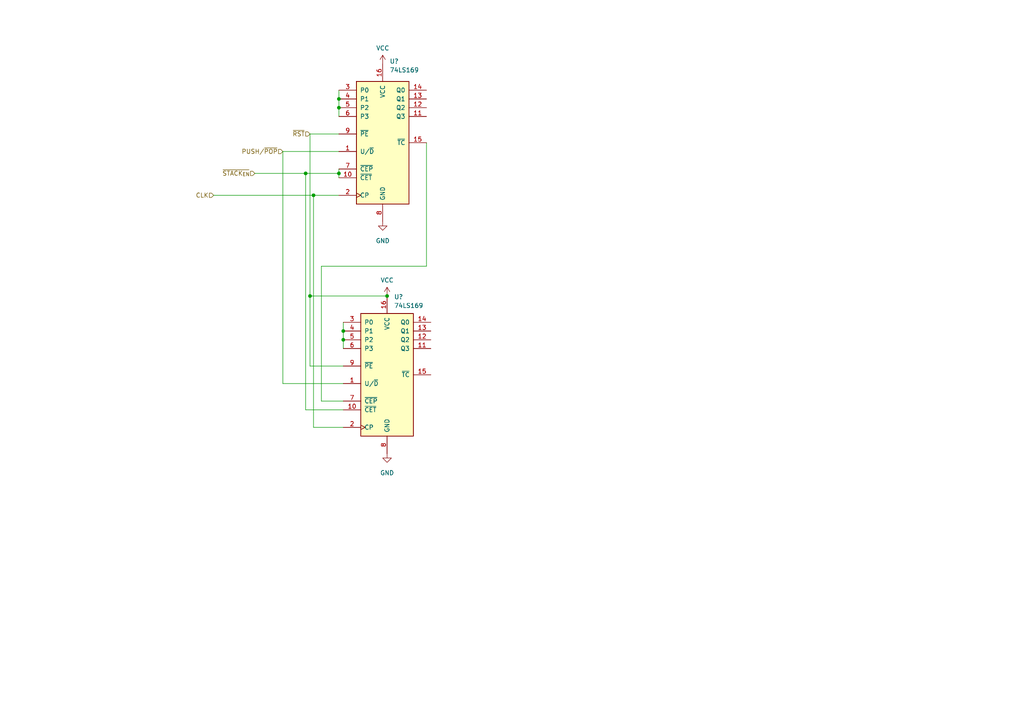
<source format=kicad_sch>
(kicad_sch (version 20211123) (generator eeschema)
  (paper "A4")
  (lib_symbols
    (symbol "74xx:74LS169" (pin_names (offset 1.016))
      (property "Reference" "U" (at -7.62 19.05 0))
      (property "Value" "74LS169" (at -7.62 -19.05 0))
      (symbol "74LS169_1_0"
        (pin input line (at -12.7 -2.54 0) (length 5.08) (name "U/~{D}") (number "1"))
        (pin input line (at -12.7 -10.16 0) (length 5.08) (name "~{CET}") (number "10"))
        (pin output line (at 12.7 7.62 180) (length 5.08) (name "Q3") (number "11"))
        (pin output line (at 12.7 10.16 180) (length 5.08) (name "Q2") (number "12"))
        (pin output line (at 12.7 12.7 180) (length 5.08) (name "Q1") (number "13"))
        (pin output line (at 12.7 15.24 180) (length 5.08) (name "Q0") (number "14"))
        (pin output line (at 12.7 0 180) (length 5.08) (name "~{TC}") (number "15"))
        (pin power_in line (at 0 22.86 270) (length 5.08) (name "VCC") (number "16"))
        (pin input clock (at -12.7 -15.24 0) (length 5.08) (name "CP") (number "2"))
        (pin input line (at -12.7 15.24 0) (length 5.08) (name "P0") (number "3"))
        (pin input line (at -12.7 12.7 0) (length 5.08) (name "P1") (number "4"))
        (pin input line (at -12.7 10.16 0) (length 5.08) (name "P2") (number "5"))
        (pin input line (at -12.7 7.62 0) (length 5.08) (name "P3") (number "6"))
        (pin input line (at -12.7 -7.62 0) (length 5.08) (name "~{CEP}") (number "7"))
        (pin power_in line (at 0 -22.86 90) (length 5.08) (name "GND") (number "8"))
        (pin input line (at -12.7 2.54 0) (length 5.08) (name "~{PE}") (number "9"))
      )
      (symbol "74LS169_1_1"
        (rectangle (start -7.62 17.78) (end 7.62 -17.78) (stroke (width 0.254)) (fill (type background)))
      )
    )
    (symbol "power:GND" (power) (pin_names (offset 0))
      (property "Value" "GND" (at 0 -3.81 0))
      (symbol "GND_0_1"
        (polyline (pts (xy 0 0) (xy 0 -1.27) (xy 1.27 -1.27) (xy 0 -2.54) (xy -1.27 -1.27) (xy 0 -1.27)))
      )
      (symbol "GND_1_1"
        (pin power_in line (at 0 0 270) (length 0) hide (name "GND") (number "1"))
      )
    )
    (symbol "power:VCC" (power) (pin_names (offset 0))
      (property "Value" "VCC" (at 0 3.81 0))
      (symbol "VCC_0_1"
        (polyline (pts (xy -0.762 1.27) (xy 0 2.54)))
        (polyline (pts (xy 0 0) (xy 0 2.54)))
        (polyline (pts (xy 0 2.54) (xy 0.762 1.27)))
      )
      (symbol "VCC_1_1"
        (pin power_in line (at 0 0 90) (length 0) hide (name "VCC") (number "1"))
      )
    )
  )
  (junction (at 90.932 56.642))
  (junction (at 88.646 50.292))
  (junction (at 98.298 50.292))
  (junction (at 89.916 85.852))
  (junction (at 112.268 85.852))
  (junction (at 98.298 28.702))
  (junction (at 98.298 31.242))
  (junction (at 99.568 96.012))
  (junction (at 99.568 98.552))
  (wire (pts (xy 99.568 106.172) (xy 89.916 106.172)))
  (wire (pts (xy 82.042 43.942) (xy 82.042 111.252)))
  (wire (pts (xy 98.298 43.942) (xy 82.042 43.942)))
  (wire (pts (xy 89.916 106.172) (xy 89.916 85.852)))
  (wire (pts (xy 123.698 77.216) (xy 123.698 41.402)))
  (wire (pts (xy 89.916 38.862) (xy 89.916 85.852)))
  (wire (pts (xy 93.218 77.216) (xy 123.698 77.216)))
  (wire (pts (xy 98.298 26.162) (xy 98.298 28.702)))
  (wire (pts (xy 99.568 116.332) (xy 93.218 116.332)))
  (wire (pts (xy 73.914 50.292) (xy 88.646 50.292)))
  (wire (pts (xy 99.568 123.952) (xy 90.932 123.952)))
  (wire (pts (xy 98.298 49.022) (xy 98.298 50.292)))
  (wire (pts (xy 99.568 96.012) (xy 99.568 98.552)))
  (wire (pts (xy 82.042 111.252) (xy 99.568 111.252)))
  (wire (pts (xy 90.932 56.642) (xy 98.298 56.642)))
  (wire (pts (xy 61.976 56.642) (xy 90.932 56.642)))
  (wire (pts (xy 88.646 118.872) (xy 99.568 118.872)))
  (wire (pts (xy 99.568 98.552) (xy 99.568 101.092)))
  (wire (pts (xy 98.298 38.862) (xy 89.916 38.862)))
  (wire (pts (xy 93.218 116.332) (xy 93.218 77.216)))
  (wire (pts (xy 88.646 50.292) (xy 88.646 118.872)))
  (wire (pts (xy 90.932 123.952) (xy 90.932 56.642)))
  (wire (pts (xy 89.916 85.852) (xy 112.268 85.852)))
  (wire (pts (xy 98.298 50.292) (xy 98.298 51.562)))
  (wire (pts (xy 88.646 50.292) (xy 98.298 50.292)))
  (wire (pts (xy 98.298 28.702) (xy 98.298 31.242)))
  (wire (pts (xy 98.298 31.242) (xy 98.298 33.782)))
  (wire (pts (xy 99.568 93.472) (xy 99.568 96.012)))
  (hierarchical_label "~{STACK_{EN}}" (shape input) (at 73.914 50.292 180))
  (hierarchical_label "CLK" (shape input) (at 61.976 56.642 180))
  (hierarchical_label "~{RST}" (shape input) (at 89.916 38.862 180))
  (hierarchical_label "PUSH{slash}~{POP}" (shape input) (at 82.042 43.942 180))
  (symbol (lib_id "power:VCC") (at 110.998 18.542 0) (unit 1)
    (property "Reference" "#PWR?" (effects hide))
    (property "Value" "VCC" (at 110.998 13.97 0))
  )
  (symbol (lib_id "power:GND") (at 112.268 131.572 0) (unit 1)
    (property "Reference" "#PWR?" (effects hide))
    (property "Value" "GND" (at 112.268 137.16 0))
  )
  (symbol (lib_id "74xx:74LS169") (at 112.268 108.712 0) (unit 1)
    (property "Reference" "U?" (at 114.2874 86.106 0) (effects (justify left)))
    (property "Value" "74LS169" (at 114.2874 88.646 0) (effects (justify left)))
    (property "Datasheet" "http://www.ti.com/lit/gpn/sn74LS169" (effects hide))
  )
  (symbol (lib_id "power:VCC") (at 112.268 85.852 0) (unit 1)
    (property "Reference" "#PWR?" (effects hide))
    (property "Value" "VCC" (at 112.268 81.28 0))
  )
  (symbol (lib_id "power:GND") (at 110.998 64.262 0) (unit 1)
    (property "Reference" "#PWR?" (effects hide))
    (property "Value" "GND" (at 110.998 69.85 0))
  )
  (symbol (lib_id "74xx:74LS169") (at 110.998 41.402 0) (unit 1)
    (property "Reference" "U?" (at 113.0174 17.78 0) (effects (justify left)))
    (property "Value" "74LS169" (at 113.0174 20.32 0) (effects (justify left)))
    (property "Datasheet" "http://www.ti.com/lit/gpn/sn74LS169" (effects hide))
  )
)
</source>
